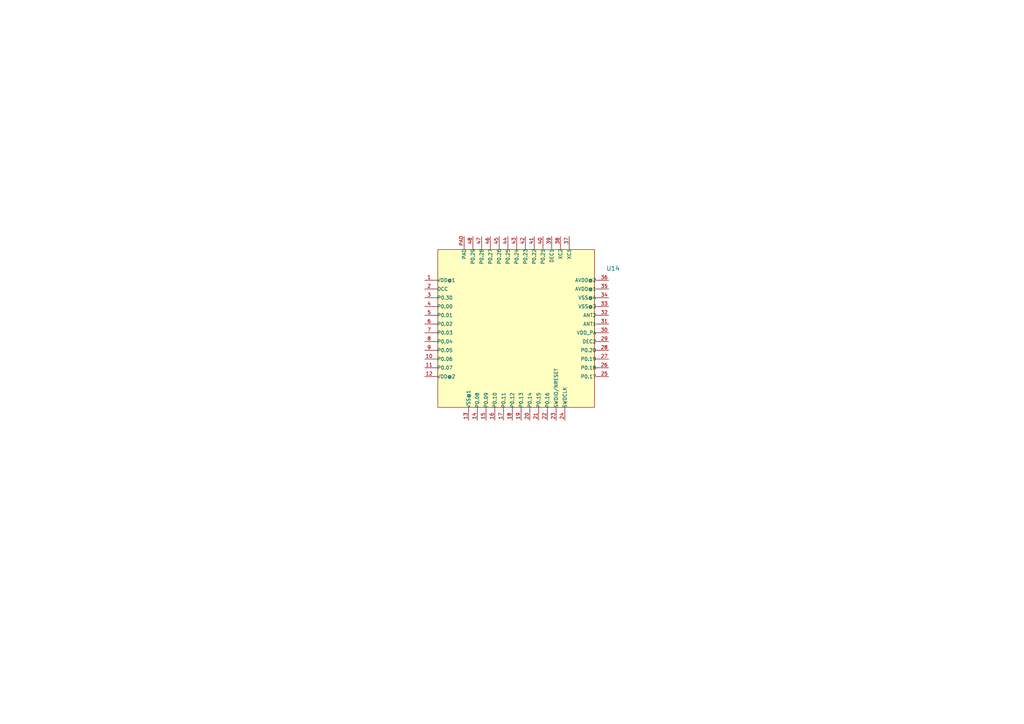
<source format=kicad_sch>
(kicad_sch (version 20231120) (generator "eeschema") (generator_version "8.0")
  (paper "A4")
  (title_block (title "Bluetooth") (date "2024-06-23") (rev "1.0"))
  (lib_symbols
    (symbol "UniversalRemoteControllerLibary:NRF51822-QFAA-R" (pin_names (offset 1.016))
      (property "Reference" "U" (at -23.114 24.13 0))
      (symbol "NRF51822-QFAA-R_0_0"
        (polyline (pts (xy -24.13 -13.97) (xy -22.86 -13.97)) (stroke (width 0.1524)))
        (polyline (pts (xy -24.13 -11.43) (xy -22.86 -11.43)) (stroke (width 0.1524)))
        (polyline (pts (xy -24.13 -8.89) (xy -22.86 -8.89)) (stroke (width 0.1524)))
        (polyline (pts (xy -24.13 -6.35) (xy -22.86 -6.35)) (stroke (width 0.1524)))
        (polyline (pts (xy -24.13 -3.81) (xy -22.86 -3.81)) (stroke (width 0.1524)))
        (polyline (pts (xy -24.13 -1.27) (xy -22.86 -1.27)) (stroke (width 0.1524)))
        (polyline (pts (xy -24.13 1.27) (xy -22.86 1.27)) (stroke (width 0.1524)))
        (polyline (pts (xy -24.13 3.81) (xy -22.86 3.81)) (stroke (width 0.1524)))
        (polyline (pts (xy -24.13 6.35) (xy -22.86 6.35)) (stroke (width 0.1524)))
        (polyline (pts (xy -24.13 8.89) (xy -22.86 8.89)) (stroke (width 0.1524)))
        (polyline (pts (xy -24.13 11.43) (xy -22.86 11.43)) (stroke (width 0.1524)))
        (polyline (pts (xy -24.13 13.97) (xy -22.86 13.97)) (stroke (width 0.1524)))
        (polyline (pts (xy -15.24 24.13) (xy -15.24 22.86)) (stroke (width 0.1524)))
        (polyline (pts (xy -13.97 -24.13) (xy -13.97 -22.86)) (stroke (width 0.1524)))
        (polyline (pts (xy -12.7 24.13) (xy -12.7 22.86)) (stroke (width 0.1524)))
        (polyline (pts (xy -11.43 -24.13) (xy -11.43 -22.86)) (stroke (width 0.1524)))
        (polyline (pts (xy -10.16 24.13) (xy -10.16 22.86)) (stroke (width 0.1524)))
        (polyline (pts (xy -8.89 -24.13) (xy -8.89 -22.86)) (stroke (width 0.1524)))
        (polyline (pts (xy -7.62 24.13) (xy -7.62 22.86)) (stroke (width 0.1524)))
        (polyline (pts (xy -6.35 -24.13) (xy -6.35 -22.86)) (stroke (width 0.1524)))
        (polyline (pts (xy -5.08 24.13) (xy -5.08 22.86)) (stroke (width 0.1524)))
        (polyline (pts (xy -3.81 -24.13) (xy -3.81 -22.86)) (stroke (width 0.1524)))
        (polyline (pts (xy -2.54 24.13) (xy -2.54 22.86)) (stroke (width 0.1524)))
        (polyline (pts (xy -1.27 -24.13) (xy -1.27 -22.86)) (stroke (width 0.1524)))
        (polyline (pts (xy 0 24.13) (xy 0 22.86)) (stroke (width 0.1524)))
        (polyline (pts (xy 1.27 -24.13) (xy 1.27 -22.86)) (stroke (width 0.1524)))
        (polyline (pts (xy 2.54 24.13) (xy 2.54 22.86)) (stroke (width 0.1524)))
        (polyline (pts (xy 3.81 -24.13) (xy 3.81 -22.86)) (stroke (width 0.1524)))
        (polyline (pts (xy 5.08 24.13) (xy 5.08 22.86)) (stroke (width 0.1524)))
        (polyline (pts (xy 6.35 -24.13) (xy 6.35 -22.86)) (stroke (width 0.1524)))
        (polyline (pts (xy 7.62 24.13) (xy 7.62 22.86)) (stroke (width 0.1524)))
        (polyline (pts (xy 8.89 -24.13) (xy 8.89 -22.86)) (stroke (width 0.1524)))
        (polyline (pts (xy 10.16 24.13) (xy 10.16 22.86)) (stroke (width 0.1524)))
        (polyline (pts (xy 11.43 -24.13) (xy 11.43 -22.86)) (stroke (width 0.1524)))
        (polyline (pts (xy 12.7 24.13) (xy 12.7 22.86)) (stroke (width 0.1524)))
        (polyline (pts (xy 13.97 -24.13) (xy 13.97 -22.86)) (stroke (width 0.1524)))
        (polyline (pts (xy 15.24 24.13) (xy 15.24 22.86)) (stroke (width 0.1524)))
        (polyline (pts (xy 22.86 -13.97) (xy 24.13 -13.97)) (stroke (width 0.1524)))
        (polyline (pts (xy 22.86 -11.43) (xy 24.13 -11.43)) (stroke (width 0.1524)))
        (polyline (pts (xy 22.86 -8.89) (xy 24.13 -8.89)) (stroke (width 0.1524)))
        (polyline (pts (xy 22.86 -6.35) (xy 24.13 -6.35)) (stroke (width 0.1524)))
        (polyline (pts (xy 22.86 -3.81) (xy 24.13 -3.81)) (stroke (width 0.1524)))
        (polyline (pts (xy 22.86 -1.27) (xy 24.13 -1.27)) (stroke (width 0.1524)))
        (polyline (pts (xy 22.86 1.27) (xy 24.13 1.27)) (stroke (width 0.1524)))
        (polyline (pts (xy 22.86 3.81) (xy 24.13 3.81)) (stroke (width 0.1524)))
        (polyline (pts (xy 22.86 6.35) (xy 24.13 6.35)) (stroke (width 0.1524)))
        (polyline (pts (xy 22.86 8.89) (xy 24.13 8.89)) (stroke (width 0.1524)))
        (polyline (pts (xy 22.86 11.43) (xy 24.13 11.43)) (stroke (width 0.1524)))
        (polyline (pts (xy 22.86 13.97) (xy 24.13 13.97)) (stroke (width 0.1524)))
        (pin bidirectional line (at -26.67 13.97 0) (length 2.54) (name "VDD@1") (number "1"))
        (pin bidirectional line (at -26.67 -8.89 0) (length 2.54) (name "P0.06") (number "10"))
        (pin bidirectional line (at -26.67 -11.43 0) (length 2.54) (name "P0.07") (number "11"))
        (pin bidirectional line (at -26.67 -13.97 0) (length 2.54) (name "VDD@2") (number "12"))
        (pin bidirectional line (at -13.97 -26.67 90) (length 2.54) (name "VSS@1") (number "13"))
        (pin bidirectional line (at -11.43 -26.67 90) (length 2.54) (name "P0.08") (number "14"))
        (pin bidirectional line (at -8.89 -26.67 90) (length 2.54) (name "P0.09") (number "15"))
        (pin bidirectional line (at -6.35 -26.67 90) (length 2.54) (name "P0.10") (number "16"))
        (pin bidirectional line (at -3.81 -26.67 90) (length 2.54) (name "P0.11") (number "17"))
        (pin bidirectional line (at -1.27 -26.67 90) (length 2.54) (name "P0.12") (number "18"))
        (pin bidirectional line (at 1.27 -26.67 90) (length 2.54) (name "P0.13") (number "19"))
        (pin bidirectional line (at -26.67 11.43 0) (length 2.54) (name "DCC") (number "2"))
        (pin bidirectional line (at 3.81 -26.67 90) (length 2.54) (name "P0.14") (number "20"))
        (pin bidirectional line (at 6.35 -26.67 90) (length 2.54) (name "P0.15") (number "21"))
        (pin bidirectional line (at 8.89 -26.67 90) (length 2.54) (name "P0.16") (number "22"))
        (pin bidirectional line (at 11.43 -26.67 90) (length 2.54) (name "SWDIO/NRESET") (number "23"))
        (pin bidirectional line (at 13.97 -26.67 90) (length 2.54) (name "SWDCLK") (number "24"))
        (pin bidirectional line (at 26.67 -13.97 180) (length 2.54) (name "P0.17") (number "25"))
        (pin bidirectional line (at 26.67 -11.43 180) (length 2.54) (name "P0.18") (number "26"))
        (pin bidirectional line (at 26.67 -8.89 180) (length 2.54) (name "P0.19") (number "27"))
        (pin bidirectional line (at 26.67 -6.35 180) (length 2.54) (name "P0.20") (number "28"))
        (pin bidirectional line (at 26.67 -3.81 180) (length 2.54) (name "DEC2") (number "29"))
        (pin bidirectional line (at -26.67 8.89 0) (length 2.54) (name "P0.30") (number "3"))
        (pin bidirectional line (at 26.67 -1.27 180) (length 2.54) (name "VDD_PA") (number "30"))
        (pin bidirectional line (at 26.67 1.27 180) (length 2.54) (name "ANT1") (number "31"))
        (pin bidirectional line (at 26.67 3.81 180) (length 2.54) (name "ANT2") (number "32"))
        (pin bidirectional line (at 26.67 6.35 180) (length 2.54) (name "VSS@3") (number "33"))
        (pin bidirectional line (at 26.67 8.89 180) (length 2.54) (name "VSS@4") (number "34"))
        (pin bidirectional line (at 26.67 11.43 180) (length 2.54) (name "AVDD@1") (number "35"))
        (pin bidirectional line (at 26.67 13.97 180) (length 2.54) (name "AVDD@2") (number "36"))
        (pin bidirectional line (at 15.24 26.67 270) (length 2.54) (name "XC1") (number "37"))
        (pin bidirectional line (at 12.7 26.67 270) (length 2.54) (name "XC2") (number "38"))
        (pin bidirectional line (at 10.16 26.67 270) (length 2.54) (name "DEC1") (number "39"))
        (pin bidirectional line (at -26.67 6.35 0) (length 2.54) (name "P0.00") (number "4"))
        (pin bidirectional line (at 7.62 26.67 270) (length 2.54) (name "P0.21") (number "40"))
        (pin bidirectional line (at 5.08 26.67 270) (length 2.54) (name "P0.22") (number "41"))
        (pin bidirectional line (at 2.54 26.67 270) (length 2.54) (name "P0.23") (number "42"))
        (pin bidirectional line (at 0 26.67 270) (length 2.54) (name "P0.24") (number "43"))
        (pin bidirectional line (at -2.54 26.67 270) (length 2.54) (name "P0.25") (number "44"))
        (pin bidirectional line (at -5.08 26.67 270) (length 2.54) (name "P0.26") (number "45"))
        (pin bidirectional line (at -7.62 26.67 270) (length 2.54) (name "P0.27") (number "46"))
        (pin bidirectional line (at -10.16 26.67 270) (length 2.54) (name "P0.28") (number "47"))
        (pin bidirectional line (at -12.7 26.67 270) (length 2.54) (name "P0.29") (number "48"))
        (pin bidirectional line (at -26.67 3.81 0) (length 2.54) (name "P0.01") (number "5"))
        (pin bidirectional line (at -26.67 1.27 0) (length 2.54) (name "P0.02") (number "6"))
        (pin bidirectional line (at -26.67 -1.27 0) (length 2.54) (name "P0.03") (number "7"))
        (pin bidirectional line (at -26.67 -3.81 0) (length 2.54) (name "P0.04") (number "8"))
        (pin bidirectional line (at -26.67 -6.35 0) (length 2.54) (name "P0.05") (number "9"))
        (pin bidirectional line (at -15.24 26.67 270) (length 2.54) (name "PAD") (number "PAD"))
      )
      (symbol "NRF51822-QFAA-R_1_1"
        (rectangle (start -22.86 22.86) (end 22.606 -22.86) (fill (type background)))
      )
    )
  )
  (symbol (lib_id "UniversalRemoteControllerLibary:NRF51822-QFAA-R") (at 149.86 95.25 0) (unit 1)
    (property "Reference" "U14" (at 177.8 77.8508 0))
    (property "Value" "nRF51822" (effects (hide yes)))
    (property "Footprint" "UniversalRemoteControllerLibrary:QFN48G-0.4-6X6MM" (effects (hide yes)))
    (property "MF" "Nordic" (effects (hide yes)))
    (property "Description_1" "\nIC RF TxRx + MCU Bluetooth, General ISM > 1GHz Bluetooth v4.0 2.4GHz 48-VFQFN Exposed Pad\n" (effects (hide yes)))
    (property "Package" "VFQFN-48 Nordic Semiconductor" (effects (hide yes)))
    (property "MPN" "nRF51822-QFAA-R" (effects (hide yes)))
    (property "Price" "None" (effects (hide yes)))
    (property "MFR" "Nordic Semi" (effects (hide yes)))
    (property "SnapEDA_Link" "https://www.snapeda.com/parts/NRF51822-QFAA-R/Nordic+Semiconductor+ASA/view-part/?ref=snap" (effects (hide yes)))
    (property "MP" "NRF51822-QFAA-R" (effects (hide yes)))
    (property "Purchase-URL" "https://www.snapeda.com/api/url_track_click_mouser/?unipart_id=48536&manufacturer=Nordic&part_name=NRF51822-QFAA-R&search_term=nrf51822" (effects (hide yes)))
    (property "Availability" "In Stock" (effects (hide yes)))
    (property "Check_prices" "https://www.snapeda.com/parts/NRF51822-QFAA-R/Nordic+Semiconductor+ASA/view-part/?ref=eda" (effects (hide yes)))
    (property "OrderCode" "949-NRF51822-QFAA-R7" (effects (hide yes)))
    (property "Distributor" "Mouser" (effects (hide yes)))
  )
)
</source>
